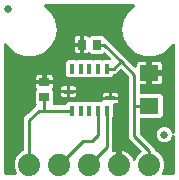
<source format=gbr>
G04 EAGLE Gerber RS-274X export*
G75*
%MOMM*%
%FSLAX34Y34*%
%LPD*%
%INTop Copper*%
%IPPOS*%
%AMOC8*
5,1,8,0,0,1.08239X$1,22.5*%
G01*
%ADD10R,0.350000X0.805000*%
%ADD11R,0.805000X0.400000*%
%ADD12R,0.700000X0.900000*%
%ADD13R,0.900000X0.700000*%
%ADD14R,1.600000X1.400000*%
%ADD15C,1.879600*%
%ADD16C,0.635000*%
%ADD17C,0.254000*%

G36*
X13654Y4071D02*
X13654Y4071D01*
X13704Y4069D01*
X13811Y4091D01*
X13921Y4105D01*
X13967Y4123D01*
X14015Y4133D01*
X14114Y4181D01*
X14216Y4222D01*
X14256Y4251D01*
X14301Y4273D01*
X14385Y4344D01*
X14474Y4408D01*
X14505Y4447D01*
X14543Y4479D01*
X14606Y4569D01*
X14676Y4653D01*
X14698Y4698D01*
X14726Y4739D01*
X14765Y4842D01*
X14812Y4941D01*
X14821Y4990D01*
X14839Y5036D01*
X14851Y5146D01*
X14872Y5253D01*
X14869Y5303D01*
X14874Y5352D01*
X14859Y5461D01*
X14852Y5571D01*
X14837Y5618D01*
X14830Y5667D01*
X14778Y5820D01*
X12953Y10224D01*
X12953Y15176D01*
X14848Y19750D01*
X18350Y23252D01*
X20298Y24059D01*
X20323Y24073D01*
X20351Y24083D01*
X20461Y24152D01*
X20574Y24216D01*
X20595Y24237D01*
X20620Y24253D01*
X20709Y24347D01*
X20802Y24438D01*
X20818Y24463D01*
X20838Y24484D01*
X20901Y24598D01*
X20969Y24709D01*
X20977Y24737D01*
X20992Y24763D01*
X21024Y24889D01*
X21062Y25013D01*
X21064Y25042D01*
X21071Y25071D01*
X21081Y25231D01*
X21081Y52589D01*
X23983Y55490D01*
X31093Y62601D01*
X31166Y62695D01*
X31245Y62784D01*
X31263Y62820D01*
X31288Y62852D01*
X31335Y62961D01*
X31389Y63067D01*
X31398Y63106D01*
X31414Y63144D01*
X31433Y63261D01*
X31459Y63377D01*
X31458Y63418D01*
X31464Y63458D01*
X31453Y63576D01*
X31449Y63695D01*
X31438Y63734D01*
X31434Y63774D01*
X31394Y63887D01*
X31361Y64001D01*
X31340Y64036D01*
X31327Y64074D01*
X31260Y64172D01*
X31199Y64275D01*
X31159Y64320D01*
X31148Y64337D01*
X31133Y64350D01*
X31093Y64396D01*
X30551Y64937D01*
X30551Y74463D01*
X31750Y75662D01*
X31823Y75756D01*
X31902Y75845D01*
X31920Y75881D01*
X31945Y75913D01*
X31992Y76022D01*
X32047Y76128D01*
X32055Y76168D01*
X32071Y76205D01*
X32090Y76323D01*
X32116Y76439D01*
X32115Y76479D01*
X32121Y76519D01*
X32110Y76638D01*
X32107Y76756D01*
X32095Y76795D01*
X32091Y76836D01*
X32051Y76948D01*
X32018Y77062D01*
X31998Y77097D01*
X31984Y77135D01*
X31917Y77233D01*
X31857Y77336D01*
X31817Y77381D01*
X31805Y77398D01*
X31790Y77411D01*
X31750Y77457D01*
X31567Y77640D01*
X31232Y78219D01*
X31059Y78866D01*
X31059Y80951D01*
X37620Y80951D01*
X37738Y80966D01*
X37857Y80973D01*
X37895Y80985D01*
X37935Y80991D01*
X38046Y81034D01*
X38094Y81050D01*
X38112Y81040D01*
X38151Y81030D01*
X38187Y81013D01*
X38304Y80991D01*
X38420Y80961D01*
X38480Y80957D01*
X38500Y80953D01*
X38520Y80955D01*
X38580Y80951D01*
X45141Y80951D01*
X45141Y78866D01*
X44968Y78219D01*
X44633Y77640D01*
X44450Y77457D01*
X44377Y77363D01*
X44298Y77273D01*
X44280Y77237D01*
X44255Y77205D01*
X44208Y77096D01*
X44153Y76990D01*
X44145Y76951D01*
X44129Y76914D01*
X44110Y76796D01*
X44084Y76680D01*
X44085Y76639D01*
X44079Y76599D01*
X44090Y76481D01*
X44093Y76362D01*
X44105Y76323D01*
X44109Y76283D01*
X44149Y76171D01*
X44182Y76056D01*
X44202Y76022D01*
X44216Y75984D01*
X44283Y75885D01*
X44343Y75783D01*
X44383Y75737D01*
X44395Y75720D01*
X44410Y75707D01*
X44450Y75662D01*
X45649Y74463D01*
X45649Y64930D01*
X45587Y64851D01*
X45498Y64744D01*
X45490Y64725D01*
X45477Y64709D01*
X45422Y64581D01*
X45363Y64456D01*
X45359Y64436D01*
X45351Y64417D01*
X45329Y64280D01*
X45303Y64143D01*
X45304Y64123D01*
X45301Y64103D01*
X45314Y63965D01*
X45323Y63826D01*
X45329Y63807D01*
X45331Y63787D01*
X45378Y63655D01*
X45421Y63524D01*
X45431Y63507D01*
X45438Y63487D01*
X45517Y63372D01*
X45591Y63255D01*
X45606Y63241D01*
X45617Y63224D01*
X45721Y63132D01*
X45822Y63037D01*
X45840Y63027D01*
X45855Y63014D01*
X45979Y62950D01*
X46101Y62883D01*
X46120Y62878D01*
X46139Y62869D01*
X46275Y62839D01*
X46409Y62804D01*
X46437Y62802D01*
X46449Y62799D01*
X46469Y62800D01*
X46570Y62794D01*
X55132Y62794D01*
X55250Y62809D01*
X55369Y62816D01*
X55407Y62829D01*
X55448Y62834D01*
X55558Y62877D01*
X55671Y62914D01*
X55706Y62936D01*
X55743Y62951D01*
X55839Y63020D01*
X55940Y63084D01*
X55968Y63114D01*
X56001Y63137D01*
X56077Y63229D01*
X56158Y63316D01*
X56178Y63351D01*
X56203Y63382D01*
X56254Y63490D01*
X56312Y63594D01*
X56322Y63634D01*
X56339Y63670D01*
X56346Y63708D01*
X58187Y65549D01*
X64253Y65549D01*
X64272Y65539D01*
X64304Y65514D01*
X64413Y65467D01*
X64519Y65413D01*
X64558Y65404D01*
X64596Y65388D01*
X64713Y65369D01*
X64829Y65343D01*
X64870Y65344D01*
X64910Y65338D01*
X65028Y65349D01*
X65147Y65353D01*
X65186Y65364D01*
X65226Y65368D01*
X65338Y65408D01*
X65453Y65441D01*
X65488Y65462D01*
X65526Y65475D01*
X65624Y65542D01*
X65635Y65549D01*
X71753Y65549D01*
X71772Y65539D01*
X71804Y65514D01*
X71913Y65467D01*
X72019Y65413D01*
X72058Y65404D01*
X72096Y65388D01*
X72213Y65369D01*
X72329Y65343D01*
X72370Y65344D01*
X72410Y65338D01*
X72528Y65349D01*
X72647Y65353D01*
X72686Y65364D01*
X72726Y65368D01*
X72838Y65408D01*
X72953Y65441D01*
X72988Y65462D01*
X73026Y65475D01*
X73124Y65542D01*
X73135Y65549D01*
X79253Y65549D01*
X79272Y65539D01*
X79304Y65514D01*
X79413Y65467D01*
X79519Y65413D01*
X79558Y65404D01*
X79596Y65388D01*
X79713Y65369D01*
X79829Y65343D01*
X79870Y65344D01*
X79910Y65338D01*
X80028Y65349D01*
X80147Y65353D01*
X80186Y65364D01*
X80226Y65368D01*
X80338Y65408D01*
X80453Y65441D01*
X80488Y65462D01*
X80526Y65475D01*
X80624Y65542D01*
X80635Y65549D01*
X86090Y65549D01*
X86208Y65564D01*
X86327Y65571D01*
X86365Y65584D01*
X86406Y65589D01*
X86516Y65632D01*
X86629Y65669D01*
X86664Y65691D01*
X86701Y65706D01*
X86798Y65776D01*
X86898Y65839D01*
X86926Y65869D01*
X86959Y65892D01*
X87035Y65984D01*
X87116Y66071D01*
X87136Y66106D01*
X87161Y66137D01*
X87212Y66245D01*
X87270Y66349D01*
X87280Y66389D01*
X87297Y66425D01*
X87319Y66542D01*
X87349Y66657D01*
X87353Y66717D01*
X87357Y66737D01*
X87355Y66758D01*
X87359Y66818D01*
X87359Y67781D01*
X93925Y67781D01*
X100491Y67781D01*
X100491Y66716D01*
X100318Y66069D01*
X99983Y65490D01*
X99510Y65017D01*
X98931Y64682D01*
X98284Y64509D01*
X97268Y64509D01*
X97150Y64494D01*
X97031Y64487D01*
X96993Y64474D01*
X96952Y64469D01*
X96842Y64426D01*
X96729Y64389D01*
X96694Y64367D01*
X96657Y64352D01*
X96561Y64283D01*
X96460Y64219D01*
X96432Y64189D01*
X96399Y64166D01*
X96323Y64074D01*
X96242Y63987D01*
X96222Y63952D01*
X96197Y63921D01*
X96146Y63813D01*
X96088Y63709D01*
X96078Y63669D01*
X96061Y63633D01*
X96039Y63516D01*
X96009Y63401D01*
X96005Y63341D01*
X96001Y63321D01*
X96003Y63300D01*
X95999Y63240D01*
X95999Y53187D01*
X95890Y53079D01*
X95830Y53001D01*
X95762Y52929D01*
X95733Y52876D01*
X95696Y52828D01*
X95656Y52737D01*
X95608Y52650D01*
X95593Y52591D01*
X95569Y52536D01*
X95554Y52438D01*
X95529Y52342D01*
X95523Y52242D01*
X95519Y52222D01*
X95521Y52209D01*
X95519Y52181D01*
X95519Y25911D01*
X95251Y25644D01*
X95178Y25549D01*
X95099Y25460D01*
X95081Y25424D01*
X95056Y25392D01*
X95009Y25283D01*
X94955Y25176D01*
X94946Y25137D01*
X94930Y25100D01*
X94911Y24982D01*
X94885Y24866D01*
X94886Y24826D01*
X94880Y24786D01*
X94891Y24667D01*
X94895Y24548D01*
X94906Y24510D01*
X94910Y24470D01*
X94950Y24357D01*
X94984Y24243D01*
X95004Y24208D01*
X95017Y24170D01*
X95084Y24072D01*
X95145Y23969D01*
X95174Y23940D01*
X95196Y23907D01*
X95286Y23828D01*
X95370Y23744D01*
X95404Y23723D01*
X95434Y23697D01*
X95541Y23642D01*
X95644Y23582D01*
X95682Y23571D01*
X95718Y23552D01*
X95834Y23526D01*
X95949Y23493D01*
X95989Y23491D01*
X96028Y23483D01*
X96147Y23486D01*
X96267Y23482D01*
X96306Y23491D01*
X96346Y23492D01*
X96461Y23525D01*
X96577Y23551D01*
X96632Y23575D01*
X96651Y23581D01*
X96669Y23591D01*
X96725Y23615D01*
X97017Y23764D01*
X98804Y24345D01*
X99061Y24385D01*
X99061Y13970D01*
X99076Y13852D01*
X99083Y13733D01*
X99096Y13695D01*
X99101Y13655D01*
X99144Y13544D01*
X99181Y13431D01*
X99203Y13397D01*
X99218Y13359D01*
X99288Y13263D01*
X99351Y13162D01*
X99381Y13134D01*
X99404Y13102D01*
X99496Y13026D01*
X99583Y12944D01*
X99618Y12925D01*
X99649Y12899D01*
X99757Y12848D01*
X99861Y12791D01*
X99901Y12780D01*
X99937Y12763D01*
X100054Y12741D01*
X100169Y12711D01*
X100230Y12707D01*
X100250Y12703D01*
X100270Y12705D01*
X100330Y12701D01*
X102870Y12701D01*
X102988Y12716D01*
X103107Y12723D01*
X103145Y12736D01*
X103185Y12741D01*
X103296Y12785D01*
X103409Y12821D01*
X103444Y12843D01*
X103481Y12858D01*
X103577Y12928D01*
X103678Y12991D01*
X103706Y13021D01*
X103739Y13045D01*
X103814Y13136D01*
X103896Y13223D01*
X103916Y13258D01*
X103941Y13290D01*
X103992Y13397D01*
X104050Y13502D01*
X104060Y13541D01*
X104077Y13577D01*
X104099Y13694D01*
X104129Y13809D01*
X104133Y13870D01*
X104137Y13890D01*
X104135Y13910D01*
X104139Y13970D01*
X104139Y24385D01*
X104396Y24345D01*
X106183Y23764D01*
X107857Y22911D01*
X109378Y21806D01*
X110706Y20478D01*
X111811Y18957D01*
X112664Y17283D01*
X112815Y16818D01*
X112828Y16791D01*
X112835Y16762D01*
X112895Y16648D01*
X112950Y16530D01*
X112969Y16507D01*
X112983Y16481D01*
X113070Y16385D01*
X113153Y16285D01*
X113177Y16268D01*
X113197Y16246D01*
X113306Y16174D01*
X113410Y16098D01*
X113438Y16087D01*
X113463Y16071D01*
X113586Y16029D01*
X113706Y15981D01*
X113736Y15977D01*
X113764Y15968D01*
X113893Y15957D01*
X114021Y15941D01*
X114051Y15945D01*
X114081Y15942D01*
X114209Y15965D01*
X114337Y15981D01*
X114365Y15992D01*
X114394Y15997D01*
X114512Y16050D01*
X114633Y16098D01*
X114657Y16115D01*
X114684Y16127D01*
X114785Y16208D01*
X114890Y16284D01*
X114909Y16307D01*
X114933Y16326D01*
X115011Y16430D01*
X115093Y16529D01*
X115106Y16556D01*
X115124Y16580D01*
X115195Y16725D01*
X116448Y19750D01*
X119963Y23265D01*
X120036Y23359D01*
X120114Y23448D01*
X120133Y23484D01*
X120157Y23516D01*
X120205Y23626D01*
X120259Y23731D01*
X120268Y23771D01*
X120284Y23808D01*
X120303Y23926D01*
X120329Y24042D01*
X120327Y24082D01*
X120334Y24122D01*
X120323Y24241D01*
X120319Y24360D01*
X120308Y24398D01*
X120304Y24439D01*
X120264Y24551D01*
X120230Y24665D01*
X120210Y24700D01*
X120196Y24738D01*
X120129Y24837D01*
X120069Y24939D01*
X120029Y24984D01*
X120018Y25001D01*
X120002Y25015D01*
X119963Y25060D01*
X109981Y35041D01*
X109981Y86585D01*
X109969Y86684D01*
X109966Y86783D01*
X109949Y86841D01*
X109941Y86901D01*
X109905Y86993D01*
X109877Y87088D01*
X109847Y87140D01*
X109824Y87197D01*
X109766Y87277D01*
X109716Y87362D01*
X109650Y87437D01*
X109638Y87454D01*
X109628Y87462D01*
X109610Y87483D01*
X103823Y93270D01*
X103728Y93343D01*
X103639Y93422D01*
X103603Y93440D01*
X103571Y93465D01*
X103462Y93512D01*
X103356Y93566D01*
X103317Y93575D01*
X103279Y93591D01*
X103162Y93610D01*
X103046Y93636D01*
X103005Y93635D01*
X102965Y93641D01*
X102847Y93630D01*
X102728Y93626D01*
X102689Y93615D01*
X102649Y93611D01*
X102537Y93571D01*
X102422Y93538D01*
X102387Y93517D01*
X102349Y93504D01*
X102251Y93437D01*
X102148Y93376D01*
X102103Y93337D01*
X102086Y93325D01*
X102073Y93310D01*
X102028Y93270D01*
X101266Y92508D01*
X98364Y89606D01*
X97268Y89606D01*
X97150Y89591D01*
X97031Y89584D01*
X96993Y89571D01*
X96952Y89566D01*
X96842Y89523D01*
X96729Y89486D01*
X96694Y89464D01*
X96657Y89449D01*
X96561Y89380D01*
X96460Y89316D01*
X96432Y89286D01*
X96399Y89263D01*
X96323Y89171D01*
X96242Y89084D01*
X96222Y89049D01*
X96197Y89018D01*
X96146Y88910D01*
X96088Y88806D01*
X96078Y88766D01*
X96061Y88730D01*
X96054Y88692D01*
X94213Y86851D01*
X88147Y86851D01*
X88128Y86861D01*
X88096Y86886D01*
X87987Y86933D01*
X87881Y86987D01*
X87842Y86996D01*
X87804Y87012D01*
X87687Y87031D01*
X87571Y87057D01*
X87530Y87056D01*
X87490Y87062D01*
X87372Y87051D01*
X87253Y87047D01*
X87214Y87036D01*
X87174Y87032D01*
X87062Y86992D01*
X86947Y86959D01*
X86912Y86938D01*
X86874Y86925D01*
X86776Y86858D01*
X86765Y86851D01*
X80647Y86851D01*
X80628Y86861D01*
X80596Y86886D01*
X80487Y86933D01*
X80381Y86987D01*
X80342Y86996D01*
X80304Y87012D01*
X80187Y87031D01*
X80071Y87057D01*
X80030Y87056D01*
X79990Y87062D01*
X79872Y87051D01*
X79753Y87047D01*
X79714Y87036D01*
X79674Y87032D01*
X79562Y86992D01*
X79447Y86959D01*
X79412Y86938D01*
X79374Y86925D01*
X79276Y86858D01*
X79265Y86851D01*
X73147Y86851D01*
X73128Y86861D01*
X73096Y86886D01*
X72987Y86933D01*
X72881Y86987D01*
X72841Y86996D01*
X72804Y87012D01*
X72686Y87031D01*
X72571Y87057D01*
X72530Y87056D01*
X72490Y87062D01*
X72371Y87051D01*
X72253Y87047D01*
X72214Y87036D01*
X72174Y87032D01*
X72061Y86992D01*
X71947Y86959D01*
X71912Y86938D01*
X71874Y86925D01*
X71776Y86858D01*
X71765Y86851D01*
X65647Y86851D01*
X65628Y86861D01*
X65596Y86886D01*
X65487Y86933D01*
X65381Y86987D01*
X65341Y86996D01*
X65304Y87012D01*
X65186Y87031D01*
X65071Y87057D01*
X65030Y87056D01*
X64990Y87062D01*
X64871Y87051D01*
X64753Y87047D01*
X64714Y87036D01*
X64674Y87032D01*
X64561Y86992D01*
X64447Y86959D01*
X64412Y86938D01*
X64374Y86925D01*
X64276Y86858D01*
X64265Y86851D01*
X58187Y86851D01*
X56401Y88637D01*
X56401Y99213D01*
X58187Y100999D01*
X64253Y100999D01*
X64272Y100989D01*
X64304Y100964D01*
X64413Y100917D01*
X64519Y100863D01*
X64558Y100854D01*
X64596Y100838D01*
X64713Y100819D01*
X64829Y100793D01*
X64870Y100794D01*
X64910Y100788D01*
X65028Y100799D01*
X65147Y100803D01*
X65186Y100814D01*
X65226Y100818D01*
X65338Y100858D01*
X65453Y100891D01*
X65488Y100912D01*
X65526Y100925D01*
X65624Y100992D01*
X65635Y100999D01*
X71753Y100999D01*
X71772Y100989D01*
X71804Y100964D01*
X71913Y100917D01*
X72019Y100863D01*
X72058Y100854D01*
X72096Y100838D01*
X72213Y100819D01*
X72329Y100793D01*
X72370Y100794D01*
X72410Y100788D01*
X72528Y100799D01*
X72647Y100803D01*
X72686Y100814D01*
X72726Y100818D01*
X72838Y100858D01*
X72953Y100891D01*
X72988Y100912D01*
X73026Y100925D01*
X73124Y100992D01*
X73135Y100999D01*
X79253Y100999D01*
X79272Y100989D01*
X79304Y100964D01*
X79413Y100917D01*
X79519Y100863D01*
X79559Y100854D01*
X79596Y100838D01*
X79714Y100819D01*
X79829Y100793D01*
X79870Y100794D01*
X79910Y100788D01*
X80029Y100799D01*
X80147Y100803D01*
X80186Y100814D01*
X80226Y100818D01*
X80339Y100858D01*
X80453Y100891D01*
X80488Y100912D01*
X80526Y100925D01*
X80624Y100992D01*
X80635Y100999D01*
X86753Y100999D01*
X86772Y100989D01*
X86804Y100964D01*
X86913Y100917D01*
X87019Y100863D01*
X87059Y100854D01*
X87096Y100838D01*
X87214Y100819D01*
X87329Y100793D01*
X87370Y100794D01*
X87410Y100788D01*
X87529Y100799D01*
X87647Y100803D01*
X87686Y100814D01*
X87726Y100818D01*
X87839Y100858D01*
X87953Y100891D01*
X87988Y100912D01*
X88026Y100925D01*
X88124Y100992D01*
X88135Y100999D01*
X93029Y100999D01*
X93167Y101016D01*
X93306Y101029D01*
X93325Y101036D01*
X93345Y101039D01*
X93474Y101090D01*
X93605Y101137D01*
X93622Y101148D01*
X93641Y101156D01*
X93753Y101237D01*
X93868Y101315D01*
X93882Y101331D01*
X93898Y101342D01*
X93987Y101450D01*
X94079Y101554D01*
X94088Y101572D01*
X94101Y101587D01*
X94160Y101713D01*
X94223Y101837D01*
X94228Y101857D01*
X94236Y101875D01*
X94262Y102011D01*
X94293Y102147D01*
X94292Y102168D01*
X94296Y102187D01*
X94287Y102326D01*
X94283Y102465D01*
X94278Y102485D01*
X94276Y102505D01*
X94234Y102637D01*
X94195Y102771D01*
X94185Y102788D01*
X94178Y102807D01*
X94104Y102925D01*
X94033Y103045D01*
X94015Y103066D01*
X94008Y103076D01*
X93993Y103090D01*
X93927Y103165D01*
X89799Y107293D01*
X89705Y107366D01*
X89616Y107445D01*
X89580Y107463D01*
X89548Y107488D01*
X89439Y107535D01*
X89333Y107589D01*
X89294Y107598D01*
X89256Y107614D01*
X89139Y107633D01*
X89023Y107659D01*
X88982Y107658D01*
X88942Y107664D01*
X88824Y107653D01*
X88705Y107649D01*
X88666Y107638D01*
X88626Y107634D01*
X88513Y107594D01*
X88399Y107561D01*
X88364Y107540D01*
X88326Y107527D01*
X88228Y107460D01*
X88125Y107399D01*
X88080Y107359D01*
X88063Y107348D01*
X88050Y107333D01*
X88004Y107293D01*
X87463Y106751D01*
X77937Y106751D01*
X76738Y107950D01*
X76644Y108023D01*
X76555Y108102D01*
X76519Y108120D01*
X76487Y108145D01*
X76378Y108192D01*
X76272Y108247D01*
X76232Y108255D01*
X76195Y108271D01*
X76077Y108290D01*
X75961Y108316D01*
X75921Y108315D01*
X75881Y108321D01*
X75762Y108310D01*
X75644Y108307D01*
X75605Y108295D01*
X75564Y108291D01*
X75452Y108251D01*
X75338Y108218D01*
X75303Y108198D01*
X75265Y108184D01*
X75167Y108117D01*
X75064Y108057D01*
X75019Y108017D01*
X75002Y108005D01*
X74989Y107990D01*
X74943Y107950D01*
X74760Y107767D01*
X74181Y107432D01*
X73534Y107259D01*
X71449Y107259D01*
X71449Y113820D01*
X71434Y113938D01*
X71427Y114057D01*
X71414Y114095D01*
X71409Y114135D01*
X71366Y114246D01*
X71350Y114294D01*
X71360Y114312D01*
X71370Y114351D01*
X71387Y114387D01*
X71409Y114504D01*
X71439Y114620D01*
X71443Y114680D01*
X71447Y114700D01*
X71445Y114720D01*
X71449Y114780D01*
X71449Y121341D01*
X73534Y121341D01*
X74181Y121168D01*
X74760Y120833D01*
X74943Y120650D01*
X75037Y120577D01*
X75127Y120498D01*
X75163Y120480D01*
X75195Y120455D01*
X75304Y120408D01*
X75410Y120353D01*
X75449Y120345D01*
X75486Y120329D01*
X75604Y120310D01*
X75720Y120284D01*
X75761Y120285D01*
X75801Y120279D01*
X75919Y120290D01*
X76038Y120293D01*
X76077Y120305D01*
X76117Y120309D01*
X76229Y120349D01*
X76344Y120382D01*
X76378Y120402D01*
X76416Y120416D01*
X76515Y120483D01*
X76617Y120543D01*
X76663Y120583D01*
X76680Y120595D01*
X76693Y120610D01*
X76738Y120650D01*
X77937Y121849D01*
X87463Y121849D01*
X89249Y120063D01*
X89249Y119888D01*
X89264Y119770D01*
X89271Y119651D01*
X89284Y119613D01*
X89289Y119572D01*
X89332Y119462D01*
X89369Y119349D01*
X89391Y119314D01*
X89406Y119277D01*
X89475Y119181D01*
X89539Y119080D01*
X89569Y119052D01*
X89592Y119019D01*
X89684Y118943D01*
X89771Y118862D01*
X89806Y118842D01*
X89837Y118817D01*
X89945Y118766D01*
X90049Y118708D01*
X90089Y118698D01*
X90125Y118681D01*
X90242Y118659D01*
X90357Y118629D01*
X90417Y118625D01*
X90437Y118621D01*
X90458Y118623D01*
X90518Y118619D01*
X90689Y118619D01*
X93590Y115717D01*
X104922Y104385D01*
X108195Y101112D01*
X114293Y95015D01*
X114402Y94930D01*
X114509Y94841D01*
X114528Y94833D01*
X114544Y94820D01*
X114672Y94765D01*
X114797Y94706D01*
X114817Y94702D01*
X114836Y94694D01*
X114974Y94672D01*
X115110Y94646D01*
X115130Y94647D01*
X115150Y94644D01*
X115289Y94657D01*
X115427Y94666D01*
X115446Y94672D01*
X115466Y94674D01*
X115598Y94721D01*
X115729Y94764D01*
X115747Y94774D01*
X115766Y94781D01*
X115881Y94859D01*
X115998Y94934D01*
X116012Y94949D01*
X116029Y94960D01*
X116121Y95064D01*
X116216Y95165D01*
X116226Y95183D01*
X116239Y95198D01*
X116303Y95322D01*
X116370Y95444D01*
X116375Y95464D01*
X116384Y95482D01*
X116414Y95617D01*
X116449Y95752D01*
X116451Y95780D01*
X116454Y95792D01*
X116453Y95812D01*
X116459Y95913D01*
X116459Y97534D01*
X116632Y98181D01*
X116967Y98760D01*
X117440Y99233D01*
X118019Y99568D01*
X118666Y99741D01*
X124461Y99741D01*
X124461Y91470D01*
X124476Y91352D01*
X124483Y91233D01*
X124496Y91195D01*
X124501Y91155D01*
X124544Y91044D01*
X124581Y90931D01*
X124603Y90896D01*
X124618Y90859D01*
X124688Y90763D01*
X124751Y90662D01*
X124781Y90634D01*
X124805Y90602D01*
X124896Y90526D01*
X124983Y90444D01*
X125018Y90425D01*
X125049Y90399D01*
X125157Y90348D01*
X125261Y90291D01*
X125301Y90280D01*
X125337Y90263D01*
X125454Y90241D01*
X125569Y90211D01*
X125630Y90207D01*
X125650Y90203D01*
X125670Y90205D01*
X125730Y90201D01*
X127001Y90201D01*
X127001Y90199D01*
X125730Y90199D01*
X125612Y90184D01*
X125493Y90177D01*
X125455Y90164D01*
X125415Y90159D01*
X125304Y90115D01*
X125191Y90079D01*
X125156Y90057D01*
X125119Y90042D01*
X125023Y89972D01*
X124922Y89909D01*
X124894Y89879D01*
X124861Y89855D01*
X124786Y89764D01*
X124704Y89677D01*
X124684Y89642D01*
X124659Y89610D01*
X124608Y89503D01*
X124550Y89399D01*
X124540Y89359D01*
X124523Y89323D01*
X124501Y89206D01*
X124471Y89091D01*
X124467Y89030D01*
X124463Y89010D01*
X124465Y88990D01*
X124461Y88930D01*
X124461Y80659D01*
X119888Y80659D01*
X119770Y80644D01*
X119651Y80637D01*
X119613Y80624D01*
X119572Y80619D01*
X119462Y80576D01*
X119349Y80539D01*
X119314Y80517D01*
X119277Y80502D01*
X119181Y80433D01*
X119080Y80369D01*
X119052Y80339D01*
X119019Y80316D01*
X118943Y80224D01*
X118862Y80137D01*
X118842Y80102D01*
X118817Y80071D01*
X118766Y79963D01*
X118708Y79859D01*
X118698Y79819D01*
X118681Y79783D01*
X118659Y79666D01*
X118629Y79551D01*
X118625Y79491D01*
X118621Y79471D01*
X118623Y79450D01*
X118619Y79390D01*
X118619Y73518D01*
X118634Y73400D01*
X118641Y73281D01*
X118654Y73243D01*
X118659Y73202D01*
X118702Y73092D01*
X118739Y72979D01*
X118761Y72944D01*
X118776Y72907D01*
X118845Y72811D01*
X118909Y72710D01*
X118939Y72682D01*
X118962Y72649D01*
X119054Y72573D01*
X119141Y72492D01*
X119176Y72472D01*
X119207Y72447D01*
X119315Y72396D01*
X119419Y72338D01*
X119459Y72328D01*
X119495Y72311D01*
X119612Y72289D01*
X119727Y72259D01*
X119787Y72255D01*
X119807Y72251D01*
X119828Y72253D01*
X119888Y72249D01*
X136263Y72249D01*
X138049Y70463D01*
X138049Y53937D01*
X136263Y52151D01*
X119888Y52151D01*
X119770Y52136D01*
X119651Y52129D01*
X119613Y52116D01*
X119572Y52111D01*
X119462Y52068D01*
X119349Y52031D01*
X119314Y52009D01*
X119277Y51994D01*
X119181Y51925D01*
X119080Y51861D01*
X119052Y51831D01*
X119019Y51808D01*
X118943Y51716D01*
X118862Y51629D01*
X118842Y51594D01*
X118817Y51563D01*
X118766Y51455D01*
X118708Y51351D01*
X118698Y51311D01*
X118681Y51275D01*
X118659Y51158D01*
X118629Y51043D01*
X118625Y50983D01*
X118621Y50963D01*
X118623Y50942D01*
X118619Y50882D01*
X118619Y39145D01*
X118631Y39046D01*
X118634Y38947D01*
X118651Y38889D01*
X118659Y38829D01*
X118695Y38737D01*
X118723Y38642D01*
X118753Y38590D01*
X118776Y38533D01*
X118834Y38453D01*
X118884Y38368D01*
X118950Y38293D01*
X118962Y38276D01*
X118972Y38268D01*
X118990Y38247D01*
X131319Y25919D01*
X131319Y25231D01*
X131322Y25202D01*
X131320Y25173D01*
X131342Y25045D01*
X131359Y24916D01*
X131369Y24889D01*
X131374Y24859D01*
X131428Y24741D01*
X131476Y24620D01*
X131493Y24596D01*
X131505Y24569D01*
X131586Y24468D01*
X131662Y24363D01*
X131685Y24344D01*
X131704Y24321D01*
X131807Y24243D01*
X131907Y24160D01*
X131934Y24147D01*
X131958Y24130D01*
X132102Y24059D01*
X134050Y23252D01*
X137552Y19750D01*
X139447Y15176D01*
X139447Y10224D01*
X137622Y5820D01*
X137609Y5772D01*
X137588Y5727D01*
X137567Y5619D01*
X137538Y5513D01*
X137538Y5463D01*
X137528Y5414D01*
X137535Y5305D01*
X137533Y5195D01*
X137545Y5147D01*
X137548Y5097D01*
X137582Y4993D01*
X137607Y4886D01*
X137631Y4842D01*
X137646Y4795D01*
X137705Y4702D01*
X137756Y4605D01*
X137790Y4568D01*
X137816Y4526D01*
X137896Y4451D01*
X137970Y4369D01*
X138012Y4342D01*
X138048Y4308D01*
X138144Y4255D01*
X138236Y4195D01*
X138283Y4178D01*
X138326Y4154D01*
X138433Y4127D01*
X138537Y4091D01*
X138586Y4087D01*
X138634Y4075D01*
X138795Y4065D01*
X147066Y4065D01*
X147184Y4080D01*
X147303Y4087D01*
X147341Y4100D01*
X147382Y4105D01*
X147492Y4148D01*
X147605Y4185D01*
X147640Y4207D01*
X147677Y4222D01*
X147773Y4291D01*
X147874Y4355D01*
X147902Y4385D01*
X147935Y4408D01*
X148011Y4500D01*
X148092Y4587D01*
X148112Y4622D01*
X148137Y4653D01*
X148188Y4761D01*
X148246Y4865D01*
X148256Y4905D01*
X148273Y4941D01*
X148295Y5058D01*
X148325Y5173D01*
X148329Y5233D01*
X148333Y5253D01*
X148331Y5274D01*
X148335Y5334D01*
X148335Y36303D01*
X148327Y36372D01*
X148328Y36442D01*
X148307Y36530D01*
X148295Y36619D01*
X148270Y36684D01*
X148253Y36751D01*
X148211Y36831D01*
X148178Y36914D01*
X148137Y36971D01*
X148105Y37032D01*
X148044Y37099D01*
X147992Y37172D01*
X147938Y37216D01*
X147891Y37268D01*
X147816Y37317D01*
X147747Y37374D01*
X147683Y37404D01*
X147625Y37443D01*
X147540Y37472D01*
X147459Y37510D01*
X147390Y37523D01*
X147324Y37546D01*
X147235Y37553D01*
X147147Y37570D01*
X147077Y37565D01*
X147007Y37571D01*
X146919Y37556D01*
X146829Y37550D01*
X146763Y37529D01*
X146694Y37517D01*
X146612Y37480D01*
X146527Y37452D01*
X146468Y37415D01*
X146404Y37386D01*
X146334Y37330D01*
X146258Y37282D01*
X146210Y37231D01*
X146156Y37187D01*
X146101Y37116D01*
X146040Y37050D01*
X146006Y36989D01*
X145964Y36933D01*
X145893Y36789D01*
X144976Y34575D01*
X143225Y32824D01*
X140938Y31876D01*
X138462Y31876D01*
X136175Y32824D01*
X134424Y34575D01*
X133476Y36862D01*
X133476Y39338D01*
X134424Y41625D01*
X136175Y43376D01*
X138462Y44324D01*
X140938Y44324D01*
X143225Y43376D01*
X144976Y41625D01*
X145893Y39411D01*
X145928Y39351D01*
X145954Y39286D01*
X146006Y39213D01*
X146051Y39135D01*
X146099Y39085D01*
X146140Y39028D01*
X146210Y38971D01*
X146272Y38907D01*
X146332Y38870D01*
X146385Y38826D01*
X146467Y38787D01*
X146543Y38740D01*
X146610Y38720D01*
X146673Y38690D01*
X146761Y38673D01*
X146847Y38647D01*
X146917Y38643D01*
X146986Y38630D01*
X147075Y38636D01*
X147165Y38632D01*
X147233Y38646D01*
X147303Y38650D01*
X147388Y38678D01*
X147476Y38696D01*
X147539Y38727D01*
X147605Y38748D01*
X147681Y38796D01*
X147762Y38836D01*
X147815Y38881D01*
X147874Y38918D01*
X147936Y38984D01*
X148004Y39042D01*
X148044Y39099D01*
X148092Y39150D01*
X148135Y39228D01*
X148187Y39302D01*
X148212Y39367D01*
X148246Y39428D01*
X148268Y39515D01*
X148300Y39599D01*
X148308Y39669D01*
X148325Y39736D01*
X148335Y39897D01*
X148335Y114003D01*
X148317Y114148D01*
X148302Y114293D01*
X148297Y114306D01*
X148295Y114319D01*
X148242Y114454D01*
X148191Y114591D01*
X148183Y114602D01*
X148178Y114615D01*
X148093Y114732D01*
X148010Y114852D01*
X147999Y114861D01*
X147992Y114872D01*
X147880Y114965D01*
X147769Y115060D01*
X147757Y115066D01*
X147747Y115075D01*
X147615Y115137D01*
X147484Y115202D01*
X147471Y115205D01*
X147459Y115210D01*
X147317Y115238D01*
X147173Y115268D01*
X147160Y115268D01*
X147147Y115270D01*
X147002Y115261D01*
X146856Y115255D01*
X146842Y115251D01*
X146829Y115250D01*
X146691Y115206D01*
X146551Y115163D01*
X146539Y115156D01*
X146527Y115152D01*
X146404Y115075D01*
X146279Y114999D01*
X146269Y114989D01*
X146258Y114982D01*
X146158Y114876D01*
X146056Y114772D01*
X146046Y114757D01*
X146040Y114751D01*
X146032Y114736D01*
X145967Y114638D01*
X144585Y112245D01*
X138478Y107120D01*
X130986Y104393D01*
X123014Y104393D01*
X115522Y107120D01*
X109415Y112244D01*
X105429Y119149D01*
X104045Y127000D01*
X105429Y134851D01*
X109415Y141755D01*
X114585Y146094D01*
X114609Y146120D01*
X114638Y146140D01*
X114717Y146236D01*
X114801Y146327D01*
X114818Y146358D01*
X114841Y146385D01*
X114894Y146498D01*
X114953Y146607D01*
X114961Y146641D01*
X114976Y146673D01*
X114999Y146795D01*
X115030Y146915D01*
X115029Y146951D01*
X115036Y146986D01*
X115028Y147109D01*
X115027Y147233D01*
X115018Y147268D01*
X115016Y147303D01*
X114978Y147421D01*
X114946Y147541D01*
X114929Y147572D01*
X114918Y147605D01*
X114852Y147710D01*
X114791Y147819D01*
X114767Y147844D01*
X114748Y147874D01*
X114658Y147959D01*
X114572Y148049D01*
X114542Y148068D01*
X114516Y148092D01*
X114408Y148152D01*
X114303Y148218D01*
X114269Y148229D01*
X114238Y148246D01*
X114118Y148277D01*
X114000Y148314D01*
X113964Y148316D01*
X113930Y148325D01*
X113769Y148335D01*
X38631Y148335D01*
X38595Y148331D01*
X38560Y148333D01*
X38438Y148311D01*
X38315Y148295D01*
X38282Y148282D01*
X38247Y148276D01*
X38135Y148224D01*
X38019Y148178D01*
X37991Y148158D01*
X37959Y148143D01*
X37862Y148064D01*
X37762Y147992D01*
X37739Y147964D01*
X37712Y147942D01*
X37639Y147842D01*
X37559Y147747D01*
X37544Y147715D01*
X37523Y147686D01*
X37477Y147571D01*
X37424Y147459D01*
X37417Y147424D01*
X37404Y147391D01*
X37387Y147268D01*
X37364Y147147D01*
X37366Y147111D01*
X37361Y147076D01*
X37376Y146953D01*
X37384Y146829D01*
X37395Y146795D01*
X37399Y146760D01*
X37444Y146644D01*
X37482Y146527D01*
X37501Y146497D01*
X37513Y146464D01*
X37586Y146363D01*
X37652Y146258D01*
X37678Y146234D01*
X37698Y146205D01*
X37815Y146094D01*
X42985Y141756D01*
X46971Y134851D01*
X48355Y127000D01*
X46971Y119149D01*
X42985Y112245D01*
X36878Y107120D01*
X29386Y104393D01*
X21414Y104393D01*
X13922Y107120D01*
X7815Y112244D01*
X6433Y114638D01*
X6345Y114754D01*
X6260Y114872D01*
X6249Y114881D01*
X6241Y114891D01*
X6127Y114982D01*
X6015Y115075D01*
X6002Y115081D01*
X5992Y115089D01*
X5858Y115149D01*
X5727Y115210D01*
X5714Y115213D01*
X5701Y115218D01*
X5557Y115243D01*
X5414Y115270D01*
X5401Y115269D01*
X5388Y115272D01*
X5242Y115259D01*
X5097Y115250D01*
X5084Y115246D01*
X5071Y115245D01*
X4933Y115197D01*
X4795Y115152D01*
X4783Y115145D01*
X4770Y115141D01*
X4649Y115060D01*
X4526Y114982D01*
X4517Y114972D01*
X4505Y114965D01*
X4408Y114857D01*
X4308Y114751D01*
X4301Y114739D01*
X4292Y114729D01*
X4225Y114599D01*
X4154Y114472D01*
X4151Y114459D01*
X4145Y114447D01*
X4111Y114305D01*
X4075Y114164D01*
X4074Y114146D01*
X4072Y114137D01*
X4072Y114120D01*
X4065Y114003D01*
X4065Y5334D01*
X4080Y5216D01*
X4087Y5097D01*
X4100Y5059D01*
X4105Y5018D01*
X4148Y4908D01*
X4185Y4795D01*
X4207Y4760D01*
X4222Y4723D01*
X4291Y4627D01*
X4355Y4526D01*
X4385Y4498D01*
X4408Y4465D01*
X4500Y4389D01*
X4587Y4308D01*
X4622Y4288D01*
X4653Y4263D01*
X4761Y4212D01*
X4865Y4154D01*
X4905Y4144D01*
X4941Y4127D01*
X5058Y4105D01*
X5173Y4075D01*
X5233Y4071D01*
X5253Y4067D01*
X5274Y4069D01*
X5334Y4065D01*
X13605Y4065D01*
X13654Y4071D01*
G37*
%LPC*%
G36*
X129539Y92739D02*
X129539Y92739D01*
X129539Y99741D01*
X135334Y99741D01*
X135981Y99568D01*
X136560Y99233D01*
X137033Y98760D01*
X137368Y98181D01*
X137541Y97534D01*
X137541Y92739D01*
X129539Y92739D01*
G37*
%LPD*%
%LPC*%
G36*
X129539Y80659D02*
X129539Y80659D01*
X129539Y87661D01*
X137541Y87661D01*
X137541Y82866D01*
X137368Y82219D01*
X137033Y81640D01*
X136560Y81167D01*
X135981Y80832D01*
X135334Y80659D01*
X129539Y80659D01*
G37*
%LPD*%
%LPC*%
G36*
X39849Y84449D02*
X39849Y84449D01*
X39849Y88741D01*
X42934Y88741D01*
X43581Y88568D01*
X44160Y88233D01*
X44633Y87760D01*
X44968Y87181D01*
X45141Y86534D01*
X45141Y84449D01*
X39849Y84449D01*
G37*
%LPD*%
%LPC*%
G36*
X63659Y116049D02*
X63659Y116049D01*
X63659Y119134D01*
X63832Y119781D01*
X64167Y120360D01*
X64640Y120833D01*
X65219Y121168D01*
X65866Y121341D01*
X67951Y121341D01*
X67951Y116049D01*
X63659Y116049D01*
G37*
%LPD*%
%LPC*%
G36*
X31059Y84449D02*
X31059Y84449D01*
X31059Y86534D01*
X31232Y87181D01*
X31567Y87760D01*
X32040Y88233D01*
X32619Y88568D01*
X33266Y88741D01*
X36351Y88741D01*
X36351Y84449D01*
X31059Y84449D01*
G37*
%LPD*%
%LPC*%
G36*
X65866Y107259D02*
X65866Y107259D01*
X65219Y107432D01*
X64640Y107767D01*
X64167Y108240D01*
X63832Y108819D01*
X63659Y109466D01*
X63659Y112551D01*
X67951Y112551D01*
X67951Y107259D01*
X65866Y107259D01*
G37*
%LPD*%
%LPC*%
G36*
X59744Y75719D02*
X59744Y75719D01*
X59744Y78991D01*
X62834Y78991D01*
X63481Y78818D01*
X64060Y78483D01*
X64533Y78010D01*
X64868Y77431D01*
X65041Y76784D01*
X65041Y75719D01*
X59744Y75719D01*
G37*
%LPD*%
%LPC*%
G36*
X95194Y70319D02*
X95194Y70319D01*
X95194Y73591D01*
X98284Y73591D01*
X98931Y73418D01*
X99510Y73083D01*
X99983Y72610D01*
X100318Y72031D01*
X100491Y71384D01*
X100491Y70319D01*
X95194Y70319D01*
G37*
%LPD*%
%LPC*%
G36*
X51909Y75719D02*
X51909Y75719D01*
X51909Y76784D01*
X52082Y77431D01*
X52417Y78010D01*
X52890Y78483D01*
X53469Y78818D01*
X54116Y78991D01*
X57206Y78991D01*
X57206Y75719D01*
X51909Y75719D01*
G37*
%LPD*%
%LPC*%
G36*
X87359Y70319D02*
X87359Y70319D01*
X87359Y71384D01*
X87532Y72031D01*
X87867Y72610D01*
X88340Y73083D01*
X88919Y73418D01*
X89566Y73591D01*
X92656Y73591D01*
X92656Y70319D01*
X87359Y70319D01*
G37*
%LPD*%
%LPC*%
G36*
X59744Y69909D02*
X59744Y69909D01*
X59744Y73181D01*
X65041Y73181D01*
X65041Y72116D01*
X64868Y71469D01*
X64533Y70890D01*
X64060Y70417D01*
X63481Y70082D01*
X62834Y69909D01*
X59744Y69909D01*
G37*
%LPD*%
%LPC*%
G36*
X54116Y69909D02*
X54116Y69909D01*
X53469Y70082D01*
X52890Y70417D01*
X52417Y70890D01*
X52082Y71469D01*
X51909Y72116D01*
X51909Y73181D01*
X57206Y73181D01*
X57206Y69909D01*
X54116Y69909D01*
G37*
%LPD*%
D10*
X61200Y58475D03*
X68700Y58475D03*
X76200Y58475D03*
X83700Y58475D03*
X91200Y58475D03*
X91200Y93925D03*
X61200Y93925D03*
X68700Y93925D03*
X83700Y93925D03*
X76200Y93925D03*
D11*
X58475Y74450D03*
X93925Y69050D03*
D12*
X82700Y114300D03*
X69700Y114300D03*
D13*
X38100Y69700D03*
X38100Y82700D03*
D14*
X127000Y90200D03*
X127000Y62200D03*
D15*
X25400Y12700D03*
X50800Y12700D03*
X76200Y12700D03*
X101600Y12700D03*
X127000Y12700D03*
D16*
X139700Y38100D03*
X7620Y144780D03*
D17*
X127000Y24130D02*
X127000Y12700D01*
X88900Y114300D02*
X82700Y114300D01*
X91200Y93925D02*
X96575Y93925D01*
X114300Y62230D02*
X114300Y36830D01*
X127000Y24130D01*
X127000Y62200D02*
X114330Y62200D01*
X114300Y62230D01*
X114300Y88900D02*
X103505Y99695D01*
X88900Y114300D01*
X114300Y88900D02*
X114300Y62230D01*
X96575Y93925D02*
X102345Y99695D01*
X103505Y99695D01*
X83700Y58475D02*
X83700Y37980D01*
X78740Y33020D01*
X71120Y33020D01*
X50800Y12700D01*
X91200Y27700D02*
X91200Y58475D01*
X91200Y27700D02*
X76200Y12700D01*
X38100Y58475D02*
X33075Y58475D01*
X38100Y58475D02*
X61200Y58475D01*
X33075Y58475D02*
X25400Y50800D01*
X25400Y12700D01*
X38100Y58475D02*
X38100Y69700D01*
M02*

</source>
